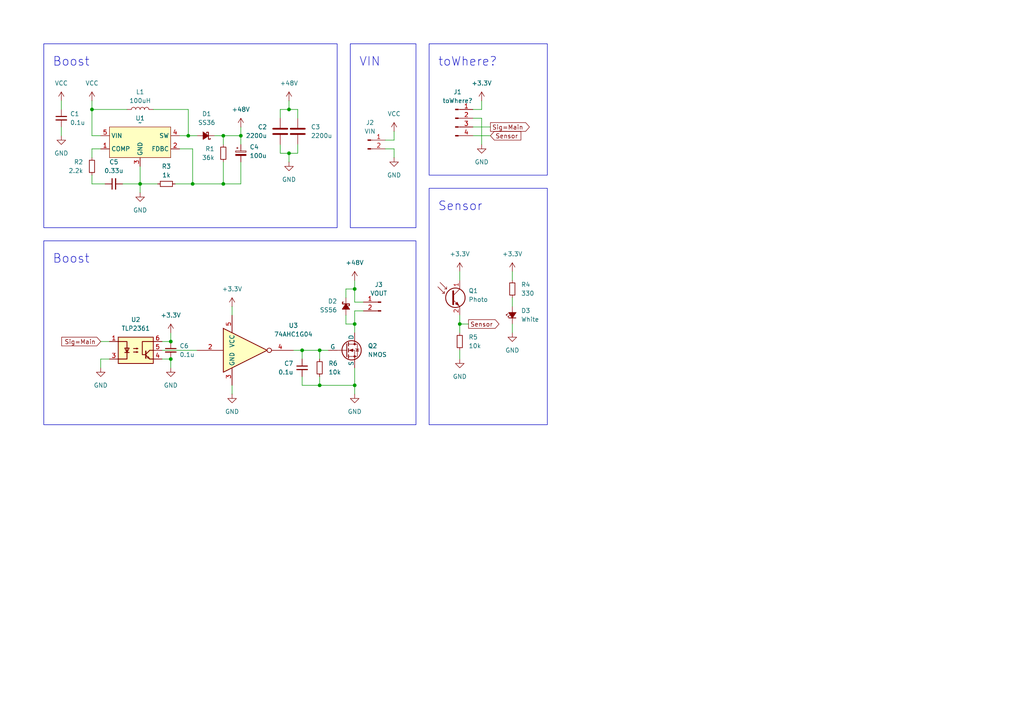
<source format=kicad_sch>
(kicad_sch (version 20250114) (generator "eeschema") (generator_version "9.0")
  (paper "A4")
  (lib_symbols
    (symbol "2025-kicker:LM2577-ADJ"
      (property "Reference" "U" (at 0 1.27 0))
      (property "Value" "LM2577-ADJ" (at 0 0 0))
      (symbol "LM2577-ADJ_1_1"
        (rectangle (start -8.89 0) (end 8.89 -8.89) (fill (type background)))
        (pin passive line (at -11.43 -2.54 0) (length 2.54) (name "VIN") (number "5"))
        (pin passive line (at -11.43 -6.35 0) (length 2.54) (name "COMP") (number "1"))
        (pin passive line (at 0 -11.43 90) (length 2.54) (name "GND") (number "3"))
        (pin passive line (at 11.43 -2.54 180) (length 2.54) (name "SW") (number "4"))
        (pin passive line (at 11.43 -6.35 180) (length 2.54) (name "FDBC") (number "2"))
      )
    )
    (symbol "2025-kicker:TLP2361" (pin_names (offset 1.016))
      (property "Reference" "U" (at -5.08 4.953 0))
      (property "Value" "TLP2361" (at -5.08 -5.08 0))
      (symbol "TLP2361_0_1"
        (rectangle (start -5.08 3.81) (end 5.08 -3.81) (stroke (width 0.254)) (fill (type background)))
        (polyline (pts (xy -5.08 -2.54) (xy -2.54 -2.54) (xy -2.54 2.54) (xy -5.08 2.54)) (stroke (width 0.254)))
        (polyline (pts (xy -3.175 -0.635) (xy -1.905 -0.635)) (stroke (width 0.254)))
        (polyline (pts (xy -2.54 -0.635) (xy -3.175 0.635) (xy -1.905 0.635) (xy -2.54 -0.635)) (stroke (width 0.254)))
        (polyline (pts (xy -0.635 0.508) (xy 0.635 0.508) (xy 0.254 0.381) (xy 0.254 0.635) (xy 0.635 0.508)) (stroke (width 0.254)))
        (polyline (pts (xy -0.635 -0.508) (xy 0.635 -0.508) (xy 0.254 -0.635) (xy 0.254 -0.381) (xy 0.635 -0.508)) (stroke (width 0.254)))
        (polyline (pts (xy 2.921 -0.254) (xy 2.921 -2.286) (xy 2.921 -2.286)) (stroke (width 0.3556)))
        (polyline (pts (xy 2.921 -1.143) (xy 4.064 0)) (stroke (width 0.254)))
        (polyline (pts (xy 2.921 -1.27) (xy 1.905 -1.27) (xy 1.905 2.54) (xy 5.08 2.54)) (stroke (width 0.254)))
        (polyline (pts (xy 2.921 -1.397) (xy 4.064 -2.54)) (stroke (width 0.254)))
        (polyline (pts (xy 3.937 -2.413) (xy 3.683 -1.905) (xy 3.429 -2.159) (xy 3.937 -2.413)) (stroke (width 0.254)))
        (polyline (pts (xy 4.064 -2.54) (xy 5.08 -2.54)) (stroke (width 0.254)))
        (polyline (pts (xy 5.08 0) (xy 4.064 0)) (stroke (width 0.254)))
      )
      (symbol "TLP2361_1_1"
        (pin passive line (at -7.62 2.54 0) (length 2.54) (name "~") (number "1"))
        (pin passive line (at -7.62 -2.54 0) (length 2.54) (name "~") (number "3"))
        (pin passive line (at 7.62 2.54 180) (length 2.54) (name "~") (number "6"))
        (pin open_collector line (at 7.62 0 180) (length 2.54) (name "~") (number "5"))
        (pin passive line (at 7.62 -2.54 180) (length 2.54) (name "~") (number "4"))
      )
    )
    (symbol "74xGxx:74AHC1G04"
      (property "Reference" "U" (at -2.54 3.81 0))
      (property "Value" "74AHC1G04" (at 0 -3.81 0))
      (symbol "74AHC1G04_0_1"
        (polyline (pts (xy -7.62 6.35) (xy -7.62 -6.35) (xy 5.08 0) (xy -7.62 6.35)) (stroke (width 0.254)) (fill (type background)))
      )
      (symbol "74AHC1G04_1_1"
        (pin input line (at -15.24 0 0) (length 7.62) (name "~") (number "2"))
        (pin power_in line (at -5.08 10.16 270) (length 5.08) (name "VCC") (number "5"))
        (pin power_in line (at -5.08 -10.16 90) (length 5.08) (name "GND") (number "3"))
        (pin output inverted (at 12.7 0 180) (length 7.62) (name "~") (number "4"))
      )
    )
    (symbol "Connector:Conn_01x02_Pin" (pin_names (offset 1.016) (hide yes))
      (property "Reference" "J" (at 0 2.54 0))
      (property "Value" "Conn_01x02_Pin" (at 0 -5.08 0))
      (symbol "Conn_01x02_Pin_1_1"
        (rectangle (start 0.8636 0.127) (end 0 -0.127) (stroke (width 0.1524)) (fill (type outline)))
        (rectangle (start 0.8636 -2.413) (end 0 -2.667) (stroke (width 0.1524)) (fill (type outline)))
        (polyline (pts (xy 1.27 0) (xy 0.8636 0)) (stroke (width 0.1524)))
        (polyline (pts (xy 1.27 -2.54) (xy 0.8636 -2.54)) (stroke (width 0.1524)))
        (pin passive line (at 5.08 0 180) (length 3.81) (name "Pin_1") (number "1"))
        (pin passive line (at 5.08 -2.54 180) (length 3.81) (name "Pin_2") (number "2"))
      )
    )
    (symbol "Connector:Conn_01x04_Pin" (pin_names (offset 1.016) (hide yes))
      (property "Reference" "J" (at 0 5.08 0))
      (property "Value" "Conn_01x04_Pin" (at 0 -7.62 0))
      (symbol "Conn_01x04_Pin_1_1"
        (rectangle (start 0.8636 2.667) (end 0 2.413) (stroke (width 0.1524)) (fill (type outline)))
        (rectangle (start 0.8636 0.127) (end 0 -0.127) (stroke (width 0.1524)) (fill (type outline)))
        (rectangle (start 0.8636 -2.413) (end 0 -2.667) (stroke (width 0.1524)) (fill (type outline)))
        (rectangle (start 0.8636 -4.953) (end 0 -5.207) (stroke (width 0.1524)) (fill (type outline)))
        (polyline (pts (xy 1.27 2.54) (xy 0.8636 2.54)) (stroke (width 0.1524)))
        (polyline (pts (xy 1.27 0) (xy 0.8636 0)) (stroke (width 0.1524)))
        (polyline (pts (xy 1.27 -2.54) (xy 0.8636 -2.54)) (stroke (width 0.1524)))
        (polyline (pts (xy 1.27 -5.08) (xy 0.8636 -5.08)) (stroke (width 0.1524)))
        (pin passive line (at 5.08 2.54 180) (length 3.81) (name "Pin_1") (number "1"))
        (pin passive line (at 5.08 0 180) (length 3.81) (name "Pin_2") (number "2"))
        (pin passive line (at 5.08 -2.54 180) (length 3.81) (name "Pin_3") (number "3"))
        (pin passive line (at 5.08 -5.08 180) (length 3.81) (name "Pin_4") (number "4"))
      )
    )
    (symbol "Device:C" (pin_numbers (hide yes)) (pin_names (offset 0.254))
      (property "Reference" "C" (at 0.635 2.54 0))
      (property "Value" "C" (at 0.635 -2.54 0))
      (symbol "C_0_1"
        (polyline (pts (xy -2.032 0.762) (xy 2.032 0.762)) (stroke (width 0.508)))
        (polyline (pts (xy -2.032 -0.762) (xy 2.032 -0.762)) (stroke (width 0.508)))
      )
      (symbol "C_1_1"
        (pin passive line (at 0 3.81 270) (length 2.794) (name "~") (number "1"))
        (pin passive line (at 0 -3.81 90) (length 2.794) (name "~") (number "2"))
      )
    )
    (symbol "Device:C_Polarized_Small" (pin_numbers (hide yes)) (pin_names (offset 0.254) (hide yes))
      (property "Reference" "C" (at 0.254 1.778 0))
      (property "Value" "C_Polarized_Small" (at 0.254 -2.032 0))
      (symbol "C_Polarized_Small_0_1"
        (rectangle (start -1.524 0.6858) (end 1.524 0.3048))
        (rectangle (start -1.524 -0.3048) (end 1.524 -0.6858) (fill (type outline)))
        (polyline (pts (xy -1.27 1.524) (xy -0.762 1.524)))
        (polyline (pts (xy -1.016 1.27) (xy -1.016 1.778)))
      )
      (symbol "C_Polarized_Small_1_1"
        (pin passive line (at 0 2.54 270) (length 1.8542) (name "~") (number "1"))
        (pin passive line (at 0 -2.54 90) (length 1.8542) (name "~") (number "2"))
      )
    )
    (symbol "Device:C_Small" (pin_numbers (hide yes)) (pin_names (offset 0.254) (hide yes))
      (property "Reference" "C" (at 0.254 1.778 0))
      (property "Value" "C_Small" (at 0.254 -2.032 0))
      (symbol "C_Small_0_1"
        (polyline (pts (xy -1.524 0.508) (xy 1.524 0.508)) (stroke (width 0.3048)))
        (polyline (pts (xy -1.524 -0.508) (xy 1.524 -0.508)) (stroke (width 0.3302)))
      )
      (symbol "C_Small_1_1"
        (pin passive line (at 0 2.54 270) (length 2.032) (name "~") (number "1"))
        (pin passive line (at 0 -2.54 90) (length 2.032) (name "~") (number "2"))
      )
    )
    (symbol "Device:D_Schottky_Small_Filled" (pin_numbers (hide yes)) (pin_names (offset 0.254) (hide yes))
      (property "Reference" "D" (at -1.27 2.032 0))
      (property "Value" "D_Schottky_Small_Filled" (at -7.112 -2.032 0))
      (symbol "D_Schottky_Small_Filled_0_1"
        (polyline (pts (xy -1.27 0.762) (xy -1.27 1.016) (xy -0.762 1.016) (xy -0.762 -1.016) (xy -0.254 -1.016) (xy -0.254 -0.762)) (stroke (width 0.254)))
        (polyline (pts (xy -0.762 0) (xy 0.762 0)))
        (polyline (pts (xy 0.762 -1.016) (xy -0.762 0) (xy 0.762 1.016) (xy 0.762 -1.016)) (stroke (width 0.254)) (fill (type outline)))
      )
      (symbol "D_Schottky_Small_Filled_1_1"
        (pin passive line (at -2.54 0 0) (length 1.778) (name "K") (number "1"))
        (pin passive line (at 2.54 0 180) (length 1.778) (name "A") (number "2"))
      )
    )
    (symbol "Device:L" (pin_numbers (hide yes)) (pin_names (offset 1.016) (hide yes))
      (property "Reference" "L" (at -1.27 0 90))
      (property "Value" "L" (at 1.905 0 90))
      (symbol "L_0_1"
        (arc (start 0 2.54) (mid 0.6323 1.905) (end 0 1.27))
        (arc (start 0 1.27) (mid 0.6323 0.635) (end 0 0))
        (arc (start 0 0) (mid 0.6323 -0.635) (end 0 -1.27))
        (arc (start 0 -1.27) (mid 0.6323 -1.905) (end 0 -2.54))
      )
      (symbol "L_1_1"
        (pin passive line (at 0 3.81 270) (length 1.27) (name "1") (number "1"))
        (pin passive line (at 0 -3.81 90) (length 1.27) (name "2") (number "2"))
      )
    )
    (symbol "Device:LED_Small_Filled" (pin_numbers (hide yes)) (pin_names (offset 0.254) (hide yes))
      (property "Reference" "D" (at -1.27 3.175 0))
      (property "Value" "LED_Small_Filled" (at -4.445 -2.54 0))
      (symbol "LED_Small_Filled_0_1"
        (polyline (pts (xy -0.762 -1.016) (xy -0.762 1.016)) (stroke (width 0.254)))
        (polyline (pts (xy 0 0.762) (xy -0.508 1.27) (xy -0.254 1.27) (xy -0.508 1.27) (xy -0.508 1.016)))
        (polyline (pts (xy 0.508 1.27) (xy 0 1.778) (xy 0.254 1.778) (xy 0 1.778) (xy 0 1.524)))
        (polyline (pts (xy 0.762 -1.016) (xy -0.762 0) (xy 0.762 1.016) (xy 0.762 -1.016)) (stroke (width 0.254)) (fill (type outline)))
        (polyline (pts (xy 1.016 0) (xy -0.762 0)))
      )
      (symbol "LED_Small_Filled_1_1"
        (pin passive line (at -2.54 0 0) (length 1.778) (name "K") (number "1"))
        (pin passive line (at 2.54 0 180) (length 1.778) (name "A") (number "2"))
      )
    )
    (symbol "Device:Q_Photo_NPN_CE" (pin_names (offset 0) (hide yes))
      (property "Reference" "Q" (at 5.08 1.27 0))
      (property "Value" "Q_Photo_NPN_CE" (at 5.08 -1.27 0))
      (symbol "Q_Photo_NPN_CE_0_1"
        (polyline (pts (xy -3.81 3.175) (xy -1.905 1.27) (xy -1.905 1.905)))
        (polyline (pts (xy -3.175 4.445) (xy -1.27 2.54) (xy -1.27 3.175)))
        (polyline (pts (xy -1.905 1.27) (xy -2.54 1.27)))
        (polyline (pts (xy -1.27 2.54) (xy -1.905 2.54)))
        (polyline (pts (xy 0.635 1.905) (xy 0.635 -1.905) (xy 0.635 -1.905)) (stroke (width 0.508)))
        (polyline (pts (xy 0.635 0.635) (xy 2.54 2.54)))
        (polyline (pts (xy 0.635 -0.635) (xy 2.54 -2.54) (xy 2.54 -2.54)))
        (circle (center 1.27 0) (radius 2.8194) (stroke (width 0.254)))
        (polyline (pts (xy 1.27 -1.778) (xy 1.778 -1.27) (xy 2.286 -2.286) (xy 1.27 -1.778) (xy 1.27 -1.778)) (fill (type outline)))
      )
      (symbol "Q_Photo_NPN_CE_1_1"
        (pin passive line (at 2.54 5.08 270) (length 2.54) (name "C") (number "1"))
        (pin passive line (at 2.54 -5.08 90) (length 2.54) (name "E") (number "2"))
      )
    )
    (symbol "Device:R_Small" (pin_numbers (hide yes)) (pin_names (offset 0.254) (hide yes))
      (property "Reference" "R" (at 0.762 0.508 0))
      (property "Value" "R_Small" (at 0.762 -1.016 0))
      (symbol "R_Small_0_1"
        (rectangle (start -0.762 1.778) (end 0.762 -1.778) (stroke (width 0.2032)))
      )
      (symbol "R_Small_1_1"
        (pin passive line (at 0 2.54 270) (length 0.762) (name "~") (number "1"))
        (pin passive line (at 0 -2.54 90) (length 0.762) (name "~") (number "2"))
      )
    )
    (symbol "Simulation_SPICE:NMOS" (pin_numbers (hide yes)) (pin_names (offset 0))
      (property "Reference" "Q" (at 5.08 1.27 0))
      (property "Value" "NMOS" (at 5.08 -1.27 0))
      (symbol "NMOS_0_1"
        (polyline (pts (xy 0.254 1.905) (xy 0.254 -1.905)) (stroke (width 0.254)))
        (polyline (pts (xy 0.254 0) (xy -2.54 0)))
        (polyline (pts (xy 0.762 2.286) (xy 0.762 1.27)) (stroke (width 0.254)))
        (polyline (pts (xy 0.762 0.508) (xy 0.762 -0.508)) (stroke (width 0.254)))
        (polyline (pts (xy 0.762 -1.27) (xy 0.762 -2.286)) (stroke (width 0.254)))
        (polyline (pts (xy 0.762 -1.778) (xy 3.302 -1.778) (xy 3.302 1.778) (xy 0.762 1.778)))
        (polyline (pts (xy 1.016 0) (xy 2.032 0.381) (xy 2.032 -0.381) (xy 1.016 0)) (fill (type outline)))
        (circle (center 1.651 0) (radius 2.794) (stroke (width 0.254)))
        (polyline (pts (xy 2.54 2.54) (xy 2.54 1.778)))
        (circle (center 2.54 1.778) (radius 0.254) (fill (type outline)))
        (circle (center 2.54 -1.778) (radius 0.254) (fill (type outline)))
        (polyline (pts (xy 2.54 -2.54) (xy 2.54 0) (xy 0.762 0)))
        (polyline (pts (xy 2.794 0.508) (xy 2.921 0.381) (xy 3.683 0.381) (xy 3.81 0.254)))
        (polyline (pts (xy 3.302 0.381) (xy 2.921 -0.254) (xy 3.683 -0.254) (xy 3.302 0.381)))
      )
      (symbol "NMOS_1_1"
        (pin input line (at -5.08 0 0) (length 2.54) (name "G") (number "2"))
        (pin passive line (at 2.54 5.08 270) (length 2.54) (name "D") (number "1"))
        (pin passive line (at 2.54 -5.08 90) (length 2.54) (name "S") (number "3"))
      )
    )
    (symbol "power:+3.3V" (power) (pin_numbers (hide yes)) (pin_names (offset 0) (hide yes))
      (property "Value" "+3.3V" (at 0 3.556 0))
      (symbol "+3.3V_0_1"
        (polyline (pts (xy -0.762 1.27) (xy 0 2.54)))
        (polyline (pts (xy 0 2.54) (xy 0.762 1.27)))
        (polyline (pts (xy 0 0) (xy 0 2.54)))
      )
      (symbol "+3.3V_1_1"
        (pin power_in line (at 0 0 90) (length 0) (name "~") (number "1"))
      )
    )
    (symbol "power:+48V" (power) (pin_numbers (hide yes)) (pin_names (offset 0) (hide yes))
      (property "Value" "+48V" (at 0 3.556 0))
      (symbol "+48V_0_1"
        (polyline (pts (xy -0.762 1.27) (xy 0 2.54)))
        (polyline (pts (xy 0 2.54) (xy 0.762 1.27)))
        (polyline (pts (xy 0 0) (xy 0 2.54)))
      )
      (symbol "+48V_1_1"
        (pin power_in line (at 0 0 90) (length 0) (name "~") (number "1"))
      )
    )
    (symbol "power:GND" (power) (pin_numbers (hide yes)) (pin_names (offset 0) (hide yes))
      (property "Value" "GND" (at 0 -3.81 0))
      (symbol "GND_0_1"
        (polyline (pts (xy 0 0) (xy 0 -1.27) (xy 1.27 -1.27) (xy 0 -2.54) (xy -1.27 -1.27) (xy 0 -1.27)))
      )
      (symbol "GND_1_1"
        (pin power_in line (at 0 0 270) (length 0) (name "~") (number "1"))
      )
    )
    (symbol "power:VCC" (power) (pin_numbers (hide yes)) (pin_names (offset 0) (hide yes))
      (property "Value" "VCC" (at 0 3.556 0))
      (symbol "VCC_0_1"
        (polyline (pts (xy -0.762 1.27) (xy 0 2.54)))
        (polyline (pts (xy 0 2.54) (xy 0.762 1.27)))
        (polyline (pts (xy 0 0) (xy 0 2.54)))
      )
      (symbol "VCC_1_1"
        (pin power_in line (at 0 0 90) (length 0) (name "~") (number "1"))
      )
    )
  )
  (rectangle (start 124.46 12.7) (end 158.75 50.8))
  (rectangle (start 12.7 69.85) (end 120.65 123.19))
  (rectangle (start 101.6 12.7) (end 120.65 66.04))
  (rectangle (start 12.7 12.7) (end 97.79 66.04))
  (rectangle (start 124.46 54.61) (end 158.75 123.19))
  (text "Boost" (at 15.24 16.51 0) (effects (font (size 2.54 2.54)) (justify left top)))
  (text "Boost" (at 15.24 73.66 0) (effects (font (size 2.54 2.54)) (justify left top)))
  (text "toWhere?" (at 127 16.51 0) (effects (font (size 2.54 2.54)) (justify left top)))
  (text "VIN" (at 104.14 16.51 0) (effects (font (size 2.54 2.54)) (justify left top)))
  (text "Sensor" (at 127 58.42 0) (effects (font (size 2.54 2.54)) (justify left top)))
  (junction (at 54.61 39.37))
  (junction (at 133.35 93.98))
  (junction (at 49.53 104.14))
  (junction (at 102.87 83.82))
  (junction (at 102.87 93.98))
  (junction (at 55.88 53.34))
  (junction (at 102.87 111.76))
  (junction (at 92.71 101.6))
  (junction (at 92.71 111.76))
  (junction (at 26.67 31.75))
  (junction (at 83.82 44.45))
  (junction (at 87.63 101.6))
  (junction (at 49.53 99.06))
  (junction (at 83.82 31.75))
  (junction (at 64.77 39.37))
  (junction (at 64.77 53.34))
  (junction (at 40.64 53.34))
  (junction (at 69.85 39.37))
  (wire (pts (xy 86.36 34.29) (xy 86.36 31.75)))
  (wire (pts (xy 92.71 101.6) (xy 92.71 104.14)))
  (wire (pts (xy 49.53 96.52) (xy 49.53 99.06)))
  (wire (pts (xy 102.87 81.28) (xy 102.87 83.82)))
  (wire (pts (xy 137.16 34.29) (xy 139.7 34.29)))
  (wire (pts (xy 102.87 106.68) (xy 102.87 111.76)))
  (wire (pts (xy 87.63 109.22) (xy 87.63 111.76)))
  (wire (pts (xy 86.36 41.91) (xy 86.36 44.45)))
  (wire (pts (xy 87.63 111.76) (xy 92.71 111.76)))
  (wire (pts (xy 55.88 53.34) (xy 55.88 43.18)))
  (wire (pts (xy 111.76 43.18) (xy 114.3 43.18)))
  (wire (pts (xy 133.35 93.98) (xy 133.35 96.52)))
  (wire (pts (xy 87.63 101.6) (xy 85.09 101.6)))
  (wire (pts (xy 148.59 93.98) (xy 148.59 96.52)))
  (wire (pts (xy 83.82 44.45) (xy 86.36 44.45)))
  (wire (pts (xy 114.3 43.18) (xy 114.3 45.72)))
  (wire (pts (xy 50.8 53.34) (xy 55.88 53.34)))
  (wire (pts (xy 46.99 99.06) (xy 49.53 99.06)))
  (wire (pts (xy 92.71 101.6) (xy 87.63 101.6)))
  (wire (pts (xy 64.77 39.37) (xy 69.85 39.37)))
  (wire (pts (xy 102.87 83.82) (xy 102.87 87.63)))
  (wire (pts (xy 49.53 104.14) (xy 49.53 106.68)))
  (wire (pts (xy 26.67 53.34) (xy 30.48 53.34)))
  (wire (pts (xy 29.21 39.37) (xy 26.67 39.37)))
  (wire (pts (xy 148.59 78.74) (xy 148.59 81.28)))
  (wire (pts (xy 133.35 101.6) (xy 133.35 104.14)))
  (wire (pts (xy 114.3 38.1) (xy 114.3 40.64)))
  (wire (pts (xy 83.82 31.75) (xy 81.28 31.75)))
  (wire (pts (xy 29.21 99.06) (xy 31.75 99.06)))
  (wire (pts (xy 17.78 36.83) (xy 17.78 39.37)))
  (wire (pts (xy 135.89 93.98) (xy 133.35 93.98)))
  (wire (pts (xy 102.87 93.98) (xy 102.87 96.52)))
  (wire (pts (xy 57.15 39.37) (xy 54.61 39.37)))
  (wire (pts (xy 148.59 86.36) (xy 148.59 88.9)))
  (wire (pts (xy 100.33 86.36) (xy 100.33 83.82)))
  (wire (pts (xy 95.25 101.6) (xy 92.71 101.6)))
  (wire (pts (xy 69.85 53.34) (xy 64.77 53.34)))
  (wire (pts (xy 69.85 41.91) (xy 69.85 39.37)))
  (wire (pts (xy 26.67 43.18) (xy 26.67 45.72)))
  (wire (pts (xy 102.87 90.17) (xy 102.87 93.98)))
  (wire (pts (xy 83.82 44.45) (xy 83.82 46.99)))
  (wire (pts (xy 29.21 104.14) (xy 29.21 106.68)))
  (wire (pts (xy 40.64 55.88) (xy 40.64 53.34)))
  (wire (pts (xy 139.7 29.21) (xy 139.7 31.75)))
  (wire (pts (xy 81.28 44.45) (xy 83.82 44.45)))
  (wire (pts (xy 54.61 39.37) (xy 52.07 39.37)))
  (wire (pts (xy 139.7 34.29) (xy 139.7 41.91)))
  (wire (pts (xy 81.28 41.91) (xy 81.28 44.45)))
  (wire (pts (xy 102.87 87.63) (xy 105.41 87.63)))
  (wire (pts (xy 62.23 39.37) (xy 64.77 39.37)))
  (wire (pts (xy 102.87 111.76) (xy 102.87 114.3)))
  (wire (pts (xy 35.56 53.34) (xy 40.64 53.34)))
  (wire (pts (xy 46.99 104.14) (xy 49.53 104.14)))
  (wire (pts (xy 137.16 39.37) (xy 142.24 39.37)))
  (wire (pts (xy 40.64 53.34) (xy 40.64 48.26)))
  (wire (pts (xy 102.87 111.76) (xy 92.71 111.76)))
  (wire (pts (xy 81.28 31.75) (xy 81.28 34.29)))
  (wire (pts (xy 92.71 109.22) (xy 92.71 111.76)))
  (wire (pts (xy 102.87 90.17) (xy 105.41 90.17)))
  (wire (pts (xy 26.67 31.75) (xy 26.67 39.37)))
  (wire (pts (xy 64.77 39.37) (xy 64.77 41.91)))
  (wire (pts (xy 69.85 36.83) (xy 69.85 39.37)))
  (wire (pts (xy 64.77 46.99) (xy 64.77 53.34)))
  (wire (pts (xy 55.88 43.18) (xy 52.07 43.18)))
  (wire (pts (xy 133.35 78.74) (xy 133.35 81.28)))
  (wire (pts (xy 26.67 31.75) (xy 36.83 31.75)))
  (wire (pts (xy 26.67 50.8) (xy 26.67 53.34)))
  (wire (pts (xy 54.61 31.75) (xy 54.61 39.37)))
  (wire (pts (xy 67.31 88.9) (xy 67.31 91.44)))
  (wire (pts (xy 31.75 104.14) (xy 29.21 104.14)))
  (wire (pts (xy 100.33 91.44) (xy 100.33 93.98)))
  (wire (pts (xy 137.16 31.75) (xy 139.7 31.75)))
  (wire (pts (xy 100.33 93.98) (xy 102.87 93.98)))
  (wire (pts (xy 26.67 43.18) (xy 29.21 43.18)))
  (wire (pts (xy 40.64 53.34) (xy 45.72 53.34)))
  (wire (pts (xy 133.35 91.44) (xy 133.35 93.98)))
  (wire (pts (xy 67.31 114.3) (xy 67.31 111.76)))
  (wire (pts (xy 55.88 53.34) (xy 64.77 53.34)))
  (wire (pts (xy 26.67 29.21) (xy 26.67 31.75)))
  (wire (pts (xy 83.82 29.21) (xy 83.82 31.75)))
  (wire (pts (xy 46.99 101.6) (xy 57.15 101.6)))
  (wire (pts (xy 44.45 31.75) (xy 54.61 31.75)))
  (wire (pts (xy 17.78 29.21) (xy 17.78 31.75)))
  (wire (pts (xy 100.33 83.82) (xy 102.87 83.82)))
  (wire (pts (xy 69.85 46.99) (xy 69.85 53.34)))
  (wire (pts (xy 114.3 40.64) (xy 111.76 40.64)))
  (wire (pts (xy 86.36 31.75) (xy 83.82 31.75)))
  (wire (pts (xy 87.63 104.14) (xy 87.63 101.6)))
  (wire (pts (xy 137.16 36.83) (xy 142.24 36.83)))
  (global_label "Sig=Main" (shape output) (at 142.24 36.83 0) (property "Intersheetrefs" "${INTERSHEET_REFS}" (effects (hide yes))))
  (global_label "Sensor" (shape output) (at 135.89 93.98 0) (property "Intersheetrefs" "${INTERSHEET_REFS}" (effects (hide yes))))
  (global_label "Sig=Main" (shape input) (at 29.21 99.06 180) (property "Intersheetrefs" "${INTERSHEET_REFS}" (effects (hide yes))))
  (global_label "Sensor" (shape input) (at 142.24 39.37 0) (property "Intersheetrefs" "${INTERSHEET_REFS}" (effects (hide yes))))
  (symbol (lib_id "Connector:Conn_01x02_Pin") (at 110.49 87.63 0) (mirror y) (unit 1)
    (property "Reference" "J3" (at 109.855 82.55 0))
    (property "Value" "VOUT" (at 109.855 85.09 0))
    (property "Footprint" "Connector_JST:JST_XH_B2B-XH-A_1x02_P2.50mm_Vertical" (effects (hide yes)))
    (property "Description" "Generic connector, single row, 01x02, script generated" (effects (hide yes)))
  )
  (symbol (lib_id "power:+3.3V") (at 49.53 96.52 0) (unit 1)
    (property "Reference" "#PWR016" (effects (hide yes)))
    (property "Value" "+3.3V" (at 49.53 91.44 0))
    (property "Description" "Power symbol creates a global label with name \"+3.3V\"" (effects (hide yes)))
  )
  (symbol (lib_id "power:+3.3V") (at 139.7 29.21 0) (unit 1)
    (property "Reference" "#PWR04" (effects (hide yes)))
    (property "Value" "+3.3V" (at 139.7 24.13 0))
    (property "Description" "Power symbol creates a global label with name \"+3.3V\"" (effects (hide yes)))
  )
  (symbol (lib_id "Device:R_Small") (at 64.77 44.45 0) (mirror y) (unit 1)
    (property "Reference" "R1" (at 62.23 43.18 0) (effects (justify left)))
    (property "Value" "36k" (at 62.23 45.72 0) (effects (justify left)))
    (property "Footprint" "Resistor_SMD:R_0603_1608Metric" (effects (hide yes)))
    (property "Description" "Resistor, small symbol" (effects (hide yes)))
  )
  (symbol (lib_id "power:+48V") (at 102.87 81.28 0) (unit 1)
    (property "Reference" "#PWR014" (effects (hide yes)))
    (property "Value" "+48V" (at 102.87 76.2 0))
    (property "Description" "Power symbol creates a global label with name \"+48V\"" (effects (hide yes)))
  )
  (symbol (lib_id "2025-kicker:TLP2361") (at 39.37 101.6 0) (unit 1)
    (property "Reference" "U2" (at 39.37 92.71 0))
    (property "Value" "TLP2361" (at 39.37 95.25 0))
    (property "Footprint" "Package_SO:SO-5_4.4x3.6mm_P1.27mm" (effects (hide yes)))
  )
  (symbol (lib_id "power:GND") (at 139.7 41.91 0) (unit 1)
    (property "Reference" "#PWR08" (effects (hide yes)))
    (property "Value" "GND" (at 139.7 46.99 0))
    (property "Description" "Power symbol creates a global label with name \"GND\" , ground" (effects (hide yes)))
  )
  (symbol (lib_id "Simulation_SPICE:NMOS") (at 100.33 101.6 0) (unit 1)
    (property "Reference" "Q2" (at 106.68 100.33 0) (effects (justify left)))
    (property "Value" "NMOS" (at 106.68 102.87 0) (effects (justify left)))
    (property "Datasheet" "https://ngspice.sourceforge.io/docs/ngspice-html-manual/manual.xhtml#cha_MOSFETs" (effects (hide yes)))
    (property "Description" "N-MOSFET transistor, drain/source/gate" (effects (hide yes)))
    (property "Sim.Device" "NMOS" (effects (hide yes)))
    (property "Sim.Type" "VDMOS" (effects (hide yes)))
    (property "Sim.Pins" "1=D 2=G 3=S" (effects (hide yes)))
  )
  (symbol (lib_id "power:+48V") (at 83.82 29.21 0) (unit 1)
    (property "Reference" "#PWR03" (effects (hide yes)))
    (property "Value" "+48V" (at 83.82 24.13 0))
    (property "Description" "Power symbol creates a global label with name \"+48V\"" (effects (hide yes)))
  )
  (symbol (lib_id "power:GND") (at 114.3 45.72 0) (unit 1)
    (property "Reference" "#PWR09" (effects (hide yes)))
    (property "Value" "GND" (at 114.3 50.8 0))
    (property "Description" "Power symbol creates a global label with name \"GND\" , ground" (effects (hide yes)))
  )
  (symbol (lib_id "power:GND") (at 83.82 46.99 0) (unit 1)
    (property "Reference" "#PWR010" (effects (hide yes)))
    (property "Value" "GND" (at 83.82 52.07 0))
    (property "Description" "Power symbol creates a global label with name \"GND\" , ground" (effects (hide yes)))
  )
  (symbol (lib_id "power:+3.3V") (at 67.31 88.9 0) (unit 1)
    (property "Reference" "#PWR015" (effects (hide yes)))
    (property "Value" "+3.3V" (at 67.31 83.82 0))
    (property "Description" "Power symbol creates a global label with name \"+3.3V\"" (effects (hide yes)))
  )
  (symbol (lib_id "power:GND") (at 29.21 106.68 0) (unit 1)
    (property "Reference" "#PWR019" (effects (hide yes)))
    (property "Value" "GND" (at 29.21 111.76 0))
    (property "Description" "Power symbol creates a global label with name \"GND\" , ground" (effects (hide yes)))
  )
  (symbol (lib_id "Device:LED_Small_Filled") (at 148.59 91.44 90) (unit 1)
    (property "Reference" "D3" (at 151.13 90.1065 90) (effects (justify right)))
    (property "Value" "White" (at 151.13 92.6465 90) (effects (justify right)))
    (property "Footprint" "LED_THT:LED_D3.0mm" (effects (hide yes)))
    (property "Description" "Light emitting diode, small symbol, filled shape" (effects (hide yes)))
    (property "Sim.Pins" "1=K 2=A" (effects (hide yes)))
  )
  (symbol (lib_id "74xGxx:74AHC1G04") (at 72.39 101.6 0) (unit 1)
    (property "Reference" "U3" (at 85.09 94.4151 0))
    (property "Value" "74AHC1G04" (at 85.09 96.9551 0))
    (property "Datasheet" "http://www.ti.com/lit/sg/scyt129e/scyt129e.pdf" (effects (hide yes)))
    (property "Description" "Single NOT Gate, Low-Voltage CMOS" (effects (hide yes)))
  )
  (symbol (lib_id "Device:D_Schottky_Small_Filled") (at 100.33 88.9 90) (mirror x) (unit 1)
    (property "Reference" "D2" (at 97.79 87.376 90) (effects (justify left)))
    (property "Value" "SS56" (at 97.79 89.916 90) (effects (justify left)))
    (property "Footprint" "Diode_SMD:D_SMB" (effects (hide yes)))
    (property "Description" "Schottky diode, small symbol, filled shape" (effects (hide yes)))
  )
  (symbol (lib_id "Device:C_Polarized_Small") (at 69.85 44.45 0) (unit 1)
    (property "Reference" "C4" (at 72.39 42.6339 0) (effects (justify left)))
    (property "Value" "100u" (at 72.39 45.1739 0) (effects (justify left)))
    (property "Footprint" "Capacitor_SMD:C_0603_1608Metric" (effects (hide yes)))
    (property "Description" "Polarized capacitor, small symbol" (effects (hide yes)))
  )
  (symbol (lib_id "power:GND") (at 49.53 106.68 0) (unit 1)
    (property "Reference" "#PWR020" (effects (hide yes)))
    (property "Value" "GND" (at 49.53 111.76 0))
    (property "Description" "Power symbol creates a global label with name \"GND\" , ground" (effects (hide yes)))
  )
  (symbol (lib_id "Device:C_Small") (at 49.53 101.6 0) (unit 1)
    (property "Reference" "C6" (at 52.07 100.3363 0) (effects (justify left)))
    (property "Value" "0.1u" (at 52.07 102.8763 0) (effects (justify left)))
    (property "Footprint" "Capacitor_SMD:C_0603_1608Metric" (effects (hide yes)))
    (property "Description" "Unpolarized capacitor, small symbol" (effects (hide yes)))
  )
  (symbol (lib_id "Device:R_Small") (at 148.59 83.82 0) (unit 1)
    (property "Reference" "R4" (at 151.13 82.55 0) (effects (justify left)))
    (property "Value" "330" (at 151.13 85.09 0) (effects (justify left)))
    (property "Footprint" "Resistor_SMD:R_0603_1608Metric" (effects (hide yes)))
    (property "Description" "Resistor, small symbol" (effects (hide yes)))
  )
  (symbol (lib_id "Device:C") (at 86.36 38.1 0) (unit 1)
    (property "Reference" "C3" (at 90.17 36.83 0) (effects (justify left)))
    (property "Value" "2200u" (at 90.17 39.37 0) (effects (justify left)))
    (property "Footprint" "Capacitor_THT:CP_Radial_D13.0mm_P7.50mm" (effects (hide yes)))
    (property "Description" "Unpolarized capacitor" (effects (hide yes)))
  )
  (symbol (lib_id "power:GND") (at 133.35 104.14 0) (unit 1)
    (property "Reference" "#PWR018" (effects (hide yes)))
    (property "Value" "GND" (at 133.35 109.22 0))
    (property "Description" "Power symbol creates a global label with name \"GND\" , ground" (effects (hide yes)))
  )
  (symbol (lib_id "power:GND") (at 148.59 96.52 0) (unit 1)
    (property "Reference" "#PWR017" (effects (hide yes)))
    (property "Value" "GND" (at 148.59 101.6 0))
    (property "Description" "Power symbol creates a global label with name \"GND\" , ground" (effects (hide yes)))
  )
  (symbol (lib_id "power:GND") (at 67.31 114.3 0) (unit 1)
    (property "Reference" "#PWR021" (effects (hide yes)))
    (property "Value" "GND" (at 67.31 119.38 0))
    (property "Description" "Power symbol creates a global label with name \"GND\" , ground" (effects (hide yes)))
  )
  (symbol (lib_id "Connector:Conn_01x04_Pin") (at 132.08 34.29 0) (unit 1)
    (property "Reference" "J1" (at 132.715 26.67 0))
    (property "Value" "toWhere?" (at 132.715 29.21 0))
    (property "Description" "Generic connector, single row, 01x04, script generated" (effects (hide yes)))
  )
  (symbol (lib_id "power:+48V") (at 69.85 36.83 0) (unit 1)
    (property "Reference" "#PWR05" (effects (hide yes)))
    (property "Value" "+48V" (at 69.85 31.75 0))
    (property "Description" "Power symbol creates a global label with name \"+48V\"" (effects (hide yes)))
  )
  (symbol (lib_id "power:GND") (at 102.87 114.3 0) (unit 1)
    (property "Reference" "#PWR022" (effects (hide yes)))
    (property "Value" "GND" (at 102.87 119.38 0))
    (property "Description" "Power symbol creates a global label with name \"GND\" , ground" (effects (hide yes)))
  )
  (symbol (lib_id "Device:C_Small") (at 17.78 34.29 0) (unit 1)
    (property "Reference" "C1" (at 20.32 33.0263 0) (effects (justify left)))
    (property "Value" "0.1u" (at 20.32 35.5663 0) (effects (justify left)))
    (property "Footprint" "Capacitor_SMD:C_0603_1608Metric" (effects (hide yes)))
    (property "Description" "Unpolarized capacitor, small symbol" (effects (hide yes)))
  )
  (symbol (lib_id "power:GND") (at 17.78 39.37 0) (unit 1)
    (property "Reference" "#PWR07" (effects (hide yes)))
    (property "Value" "GND" (at 17.78 44.45 0))
    (property "Description" "Power symbol creates a global label with name \"GND\" , ground" (effects (hide yes)))
  )
  (symbol (lib_id "Connector:Conn_01x02_Pin") (at 106.68 40.64 0) (unit 1)
    (property "Reference" "J2" (at 107.315 35.56 0))
    (property "Value" "VIN" (at 107.315 38.1 0))
    (property "Footprint" "Connector_JST:JST_XH_B2B-XH-A_1x02_P2.50mm_Vertical" (effects (hide yes)))
    (property "Description" "Generic connector, single row, 01x02, script generated" (effects (hide yes)))
  )
  (symbol (lib_id "Device:C") (at 81.28 38.1 0) (mirror y) (unit 1)
    (property "Reference" "C2" (at 77.47 36.83 0) (effects (justify left)))
    (property "Value" "2200u" (at 77.47 39.37 0) (effects (justify left)))
    (property "Footprint" "Capacitor_THT:CP_Radial_D13.0mm_P7.50mm" (effects (hide yes)))
    (property "Description" "Unpolarized capacitor" (effects (hide yes)))
  )
  (symbol (lib_id "Device:Q_Photo_NPN_CE") (at 130.81 86.36 0) (unit 1)
    (property "Reference" "Q1" (at 135.89 84.3407 0) (effects (justify left)))
    (property "Value" "Photo" (at 135.89 86.8807 0) (effects (justify left)))
    (property "Description" "NPN phototransistor, collector/emitter" (effects (hide yes)))
  )
  (symbol (lib_id "Device:R_Small") (at 92.71 106.68 0) (unit 1)
    (property "Reference" "R6" (at 95.25 105.41 0) (effects (justify left)))
    (property "Value" "10k" (at 95.25 107.95 0) (effects (justify left)))
    (property "Footprint" "Resistor_SMD:R_0603_1608Metric" (effects (hide yes)))
    (property "Description" "Resistor, small symbol" (effects (hide yes)))
  )
  (symbol (lib_id "2025-kicker:LM2577-ADJ") (at 40.64 36.83 0) (unit 1)
    (property "Reference" "U1" (at 40.64 34.29 0))
    (property "Value" "~" (at 40.64 35.56 0))
    (property "Footprint" "Package_TO_SOT_SMD:TO-263-5_TabPin3" (effects (hide yes)))
  )
  (symbol (lib_id "Device:R_Small") (at 26.67 48.26 0) (mirror y) (unit 1)
    (property "Reference" "R2" (at 24.13 46.99 0) (effects (justify left)))
    (property "Value" "2.2k" (at 24.13 49.53 0) (effects (justify left)))
    (property "Footprint" "Resistor_SMD:R_0603_1608Metric" (effects (hide yes)))
    (property "Description" "Resistor, small symbol" (effects (hide yes)))
  )
  (symbol (lib_id "power:VCC") (at 17.78 29.21 0) (unit 1)
    (property "Reference" "#PWR01" (effects (hide yes)))
    (property "Value" "VCC" (at 17.78 24.13 0))
    (property "Description" "Power symbol creates a global label with name \"VCC\"" (effects (hide yes)))
  )
  (symbol (lib_id "power:VCC") (at 26.67 29.21 0) (unit 1)
    (property "Reference" "#PWR02" (effects (hide yes)))
    (property "Value" "VCC" (at 26.67 24.13 0))
    (property "Description" "Power symbol creates a global label with name \"VCC\"" (effects (hide yes)))
  )
  (symbol (lib_id "Device:C_Small") (at 33.02 53.34 90) (unit 1)
    (property "Reference" "C5" (at 33.0263 46.99 90))
    (property "Value" "0.33u" (at 33.0263 49.53 90))
    (property "Footprint" "Capacitor_SMD:C_0603_1608Metric" (effects (hide yes)))
    (property "Description" "Unpolarized capacitor, small symbol" (effects (hide yes)))
  )
  (symbol (lib_id "Device:D_Schottky_Small_Filled") (at 59.69 39.37 180) (unit 1)
    (property "Reference" "D1" (at 59.944 33.02 0))
    (property "Value" "SS36" (at 59.944 35.56 0))
    (property "Footprint" "Diode_SMD:D_SMA" (effects (hide yes)))
    (property "Description" "Schottky diode, small symbol, filled shape" (effects (hide yes)))
  )
  (symbol (lib_id "Device:C_Small") (at 87.63 106.68 0) (mirror y) (unit 1)
    (property "Reference" "C7" (at 85.09 105.4163 0) (effects (justify left)))
    (property "Value" "0.1u" (at 85.09 107.9563 0) (effects (justify left)))
    (property "Footprint" "Capacitor_SMD:C_0603_1608Metric" (effects (hide yes)))
    (property "Description" "Unpolarized capacitor, small symbol" (effects (hide yes)))
  )
  (symbol (lib_id "power:VCC") (at 114.3 38.1 0) (unit 1)
    (property "Reference" "#PWR06" (effects (hide yes)))
    (property "Value" "VCC" (at 114.3 33.02 0))
    (property "Description" "Power symbol creates a global label with name \"VCC\"" (effects (hide yes)))
  )
  (symbol (lib_id "power:+3.3V") (at 148.59 78.74 0) (unit 1)
    (property "Reference" "#PWR013" (effects (hide yes)))
    (property "Value" "+3.3V" (at 148.59 73.66 0))
    (property "Description" "Power symbol creates a global label with name \"+3.3V\"" (effects (hide yes)))
  )
  (symbol (lib_id "power:+3.3V") (at 133.35 78.74 0) (unit 1)
    (property "Reference" "#PWR012" (effects (hide yes)))
    (property "Value" "+3.3V" (at 133.35 73.66 0))
    (property "Description" "Power symbol creates a global label with name \"+3.3V\"" (effects (hide yes)))
  )
  (symbol (lib_id "Device:R_Small") (at 48.26 53.34 90) (unit 1)
    (property "Reference" "R3" (at 48.26 48.26 90))
    (property "Value" "1k" (at 48.26 50.8 90))
    (property "Footprint" "Resistor_SMD:R_0603_1608Metric" (effects (hide yes)))
    (property "Description" "Resistor, small symbol" (effects (hide yes)))
  )
  (symbol (lib_id "Device:R_Small") (at 133.35 99.06 0) (unit 1)
    (property "Reference" "R5" (at 135.89 97.79 0) (effects (justify left)))
    (property "Value" "10k" (at 135.89 100.33 0) (effects (justify left)))
    (property "Footprint" "Resistor_SMD:R_0603_1608Metric" (effects (hide yes)))
    (property "Description" "Resistor, small symbol" (effects (hide yes)))
  )
  (symbol (lib_id "power:GND") (at 40.64 55.88 0) (unit 1)
    (property "Reference" "#PWR011" (effects (hide yes)))
    (property "Value" "GND" (at 40.64 60.96 0))
    (property "Description" "Power symbol creates a global label with name \"GND\" , ground" (effects (hide yes)))
  )
  (symbol (lib_id "Device:L") (at 40.64 31.75 90) (unit 1)
    (property "Reference" "L1" (at 40.64 26.67 90))
    (property "Value" "100uH" (at 40.64 29.21 90))
    (property "Footprint" "Inductor_SMD:L_12x12mm_H8mm" (effects (hide yes)))
    (property "Description" "Inductor" (effects (hide yes)))
  )
)
</source>
